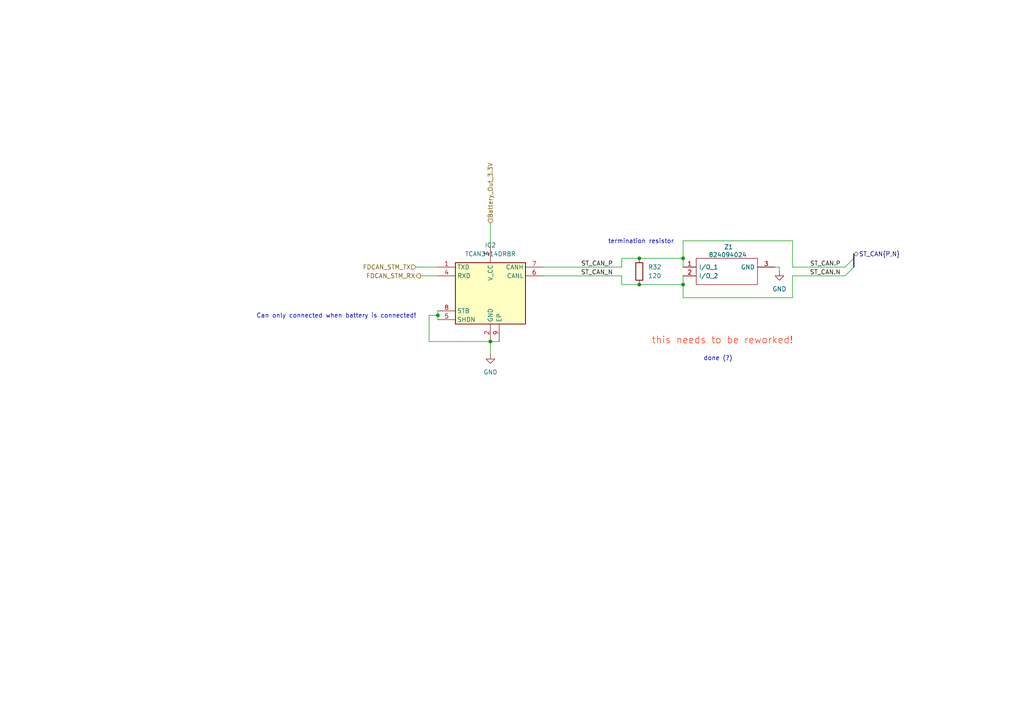
<source format=kicad_sch>
(kicad_sch (version 20250114) (generator "eeschema") (generator_version "9.0")
  (paper "A4")
  (title_block (title "Nautilus_Mainboard") (date "2025-11-19") (rev "1") (company "Evan & Davide"))
  (lib_symbols
    (symbol "#dzdb:g_res/R-120-0603" (pin_numbers hide) (pin_names (offset 0))
      (property "Reference" "R" (at 2.032 0 90))
      (property "Value" "120" (at 0 0 90))
      (symbol "g_res/R-120-0603_0_1"
        (rectangle (start -1.016 -2.54) (end 1.016 2.54) (stroke (width 0.254)))
      )
      (symbol "g_res/R-120-0603_1_1"
        (pin passive line (at 0 3.81 270) (length 1.27) (name "~") (number "1"))
        (pin passive line (at 0 -3.81 90) (length 1.27) (name "~") (number "2"))
      )
    )
    (symbol "#dzdb:s_comm/COMM-TI-TCAN3414DRBR"
      (property "Reference" "IC" (at 26.67 7.62 0))
      (property "Value" "TCAN3414DRBR" (at 26.67 5.08 0))
      (symbol "s_comm/COMM-TI-TCAN3414DRBR_1_1"
        (rectangle (start 5.08 2.54) (end 25.4 -15.24) (stroke (width 0.254)) (fill (type background)))
        (pin passive line (at 0 1.27 0) (length 5.08) (name "TXD") (number "1"))
        (pin passive line (at 0 -1.27 0) (length 5.08) (name "RXD") (number "4"))
        (pin passive line (at 0 -11.43 0) (length 5.08) (name "STB") (number "8"))
        (pin passive line (at 0 -13.97 0) (length 5.08) (name "SHDN") (number "5"))
        (pin passive line (at 15.24 7.62 270) (length 5.08) (name "V_CC") (number "3"))
        (pin passive line (at 15.24 -20.32 90) (length 5.08) (name "GND") (number "2"))
        (pin passive line (at 17.78 -20.32 90) (length 5.08) (name "EP") (number "9"))
        (pin passive line (at 30.48 1.27 180) (length 5.08) (name "CANH") (number "7"))
        (pin passive line (at 30.48 -1.27 180) (length 5.08) (name "CANL") (number "6"))
      )
    )
    (symbol "#dzdb:s_dio/D-TSV-824094024" (pin_names (offset 0.762))
      (property "Reference" "Z" (at 24.13 7.62 0))
      (property "Value" "824094024" (at 24.13 5.08 0))
      (symbol "s_dio/D-TSV-824094024_0_0"
        (pin passive line (at 27.94 0 180) (length 5.08) (name "GND") (number "3"))
      )
      (symbol "s_dio/D-TSV-824094024_0_1"
        (polyline (pts (xy 5.08 2.54) (xy 22.86 2.54) (xy 22.86 -5.08) (xy 5.08 -5.08) (xy 5.08 2.54)) (stroke (width 0.1524)))
      )
      (symbol "s_dio/D-TSV-824094024_1_0"
        (pin passive line (at 1.27 -2.54 0) (length 3.81) (name "I/O_2") (number "2"))
      )
      (symbol "s_dio/D-TSV-824094024_1_1"
        (pin passive line (at 1.27 0 0) (length 3.81) (name "I/O_1") (number "1"))
      )
    )
    (symbol "power:GND" (power) (pin_numbers hide) (pin_names (offset 0) hide)
      (property "Value" "GND" (at 0 -3.81 0))
      (symbol "GND_0_1"
        (polyline (pts (xy 0 0) (xy 0 -1.27) (xy 1.27 -1.27) (xy 0 -2.54) (xy -1.27 -1.27) (xy 0 -1.27)))
      )
      (symbol "GND_1_1"
        (pin power_in line (at 0 0 270) (length 0) (name "~") (number "1"))
      )
    )
  )
  (junction (at 198.12 82.55))
  (junction (at 185.42 82.55))
  (junction (at 142.24 99.06))
  (junction (at 198.12 74.93))
  (junction (at 127 91.44))
  (junction (at 185.42 74.93))
  (bus_entry (at 247.65 74.93) (size -2.54 2.54))
  (bus_entry (at 247.65 77.47) (size -2.54 2.54))
  (wire (pts (xy 229.87 80.01) (xy 245.11 80.01)))
  (wire (pts (xy 229.87 86.36) (xy 198.12 86.36)))
  (wire (pts (xy 124.46 91.44) (xy 124.46 99.06)))
  (wire (pts (xy 229.87 77.47) (xy 245.11 77.47)))
  (wire (pts (xy 229.87 69.85) (xy 229.87 77.47)))
  (wire (pts (xy 185.42 82.55) (xy 180.34 82.55)))
  (wire (pts (xy 120.65 77.47) (xy 127 77.47)))
  (wire (pts (xy 121.92 80.01) (xy 127 80.01)))
  (wire (pts (xy 229.87 69.85) (xy 198.12 69.85)))
  (wire (pts (xy 198.12 77.47) (xy 198.12 74.93)))
  (wire (pts (xy 198.12 86.36) (xy 198.12 82.55)))
  (wire (pts (xy 142.24 64.77) (xy 142.24 71.12)))
  (wire (pts (xy 180.34 82.55) (xy 180.34 80.01)))
  (wire (pts (xy 185.42 82.55) (xy 198.12 82.55)))
  (wire (pts (xy 142.24 99.06) (xy 144.78 99.06)))
  (wire (pts (xy 124.46 99.06) (xy 142.24 99.06)))
  (wire (pts (xy 180.34 74.93) (xy 180.34 77.47)))
  (wire (pts (xy 127 91.44) (xy 127 92.71)))
  (wire (pts (xy 157.48 80.01) (xy 180.34 80.01)))
  (wire (pts (xy 157.48 77.47) (xy 180.34 77.47)))
  (wire (pts (xy 229.87 86.36) (xy 229.87 80.01)))
  (wire (pts (xy 142.24 102.87) (xy 142.24 99.06)))
  (bus (pts (xy 247.65 74.93) (xy 247.65 77.47)))
  (wire (pts (xy 226.06 77.47) (xy 226.06 78.74)))
  (wire (pts (xy 185.42 74.93) (xy 180.34 74.93)))
  (wire (pts (xy 127 91.44) (xy 124.46 91.44)))
  (wire (pts (xy 198.12 82.55) (xy 198.12 80.01)))
  (wire (pts (xy 224.79 77.47) (xy 226.06 77.47)))
  (wire (pts (xy 185.42 74.93) (xy 198.12 74.93)))
  (wire (pts (xy 127 90.17) (xy 127 91.44)))
  (bus (pts (xy 247.65 73.66) (xy 247.65 74.93)))
  (wire (pts (xy 198.12 69.85) (xy 198.12 74.93)))
  (text "Can only connected when battery is connected!" (at 97.536 91.694 0) (effects (font (size 1.27 1.27))))
  (text "done (?)" (at 208.2799 104.0391 0) (effects (font (size 1.27 1.27))))
  (text "termination resistor\n" (at 185.928 70.104 0) (effects (font (size 1.27 1.27))))
  (text "this needs to be reworked!" (at 209.55 98.806 0) (effects (font (size 2 2))))
  (label "ST_CAN_P" (at 177.8 77.47 180))
  (label "ST_CAN_N" (at 177.8 80.01 180))
  (label "ST_CAN.N" (at 243.84 80.01 180))
  (label "ST_CAN.P" (at 243.84 77.47 180))
  (hierarchical_label "ST_CAN{P,N}" (shape bidirectional) (at 247.65 73.66 0))
  (hierarchical_label "FDCAN_STM_RX" (shape output) (at 121.92 80.01 180))
  (hierarchical_label "Battery_Out_3.3V" (shape input) (at 142.24 64.77 90))
  (hierarchical_label "FDCAN_STM_TX" (shape input) (at 120.65 77.47 180))
  (symbol (lib_id "#dzdb:s_dio/D-TSV-824094024") (at 196.85 77.47 0) (unit 1)
    (property "Reference" "Z1" (at 211.328 71.628 0))
    (property "Value" "824094024" (at 211.074 73.914 0))
    (property "Footprint" "dz_dio:SOT95P240X104-3N" (effects (hide yes)))
    (property "Datasheet" "https://www.we-online.com/components/products/datasheet/824094024.pdf" (effects (hide yes)))
    (property "Description" "ESD Protection Diodes / TVS Diodes WE-TVS 24Volts 38pF 2 Channel" (effects (hide yes)))
    (property "Description_1" "TVS Diode Array WE-TVS Size SOT23-3L; 24Vdc; 38pF; 2Channel; Marking: .944XY" (effects (hide yes)))
    (property "Height" "1.04" (effects (hide yes)))
    (property "Mouser Part Number" "710-824094024" (effects (hide yes)))
    (property "Mouser Price/Stock" "https://www.mouser.co.uk/ProductDetail/Wurth-Elektronik/824094024?qs=rQFj71Wb1eVr1t6BGVGQmg%3D%3D" (effects (hide yes)))
    (property "Manufacturer_Name" "Wurth Elektronik" (effects (hide yes)))
    (property "Manufacturer_Part_Number" "824094024" (effects (hide yes)))
    (property "IPN" "D-TSV-824094024" (effects (hide yes)))
    (property "MPN" "824094024" (effects (hide yes)))
    (property "Manufacturer" "Würth Elektronik" (effects (hide yes)))
    (property "Type" "TVS Diode" (effects (hide yes)))
    (property "Vf" "26.2 V" (effects (hide yes)))
    (property "If" "6 A" (effects (hide yes)))
    (property "Supplier" "Mouser" (effects (hide yes)))
    (property "SPN" "710-824094024" (effects (hide yes)))
  )
  (symbol (lib_id "#dzdb:s_comm/COMM-TI-TCAN3414DRBR") (at 127 78.74 0) (unit 1)
    (property "Reference" "IC2" (at 142.24 71.12 0))
    (property "Value" "TCAN3414DRBR" (at 142.24 73.66 0))
    (property "Footprint" "dz_comm:TCAN3414DRBR" (effects (hide yes)))
    (property "Datasheet" "https://www.ti.com/lit/gpn/tcan3414" (effects (hide yes)))
    (property "Description" "CAN Interface IC CAN FD Transceiver with Integrated Controller" (effects (hide yes)))
    (property "Height" "1" (effects (hide yes)))
    (property "Mouser Part Number" "595-TCAN3414DRBR" (effects (hide yes)))
    (property "Mouser Price/Stock" "https://www.mouser.co.uk/ProductDetail/Texas-Instruments/TCAN3414DRBR?qs=2wMNvWM5ZX6YBBH9qF6w4g%3D%3D" (effects (hide yes)))
    (property "Manufacturer_Name" "Texas Instruments" (effects (hide yes)))
    (property "Manufacturer_Part_Number" "TCAN3414DRBR" (effects (hide yes)))
    (property "IPN" "COMM-TI-TCAN3414DRBR" (effects (hide yes)))
    (property "MPN" "TCAN3414DRBR" (effects (hide yes)))
    (property "Manufacturer" "Texas Instruments" (effects (hide yes)))
    (property "Type" "Can Tranciever" (effects (hide yes)))
    (property "Supply" "3V-3.3V" (effects (hide yes)))
    (property "Package" "SON-8" (effects (hide yes)))
    (property "Supplier" "Mouser" (effects (hide yes)))
    (property "SPN" "595-TCAN3414DRBR" (effects (hide yes)))
    (property "LCSC" "Cxxxxxx" (effects (hide yes)))
  )
  (symbol (lib_id "#dzdb:g_res/R-120-0603") (at 185.42 78.74 0) (unit 1)
    (property "Reference" "R32" (at 187.96 77.4699 0) (effects (justify left)))
    (property "Value" "120" (at 187.96 80.0099 0) (effects (justify left)))
    (property "Footprint" "Resistor_SMD:R_0603_1608Metric" (effects (hide yes)))
    (property "Datasheet" "https://www.we-online.com/components/products/datasheet/560112116119.pdf" (effects (hide yes)))
    (property "Description" "Thick Film Resistors - SMD WRIS-RSKS 120 Ohms 1 % 0.1 W 0603" (effects (hide yes)))
    (property "IPN" "R-120-0603" (effects (hide yes)))
    (property "MPN" "560112116119" (effects (hide yes)))
    (property "Manufacturer" "Wurth Elektronik" (effects (hide yes)))
    (property "Resistance" "120" (effects (hide yes)))
    (property "Power" "0.1W" (effects (hide yes)))
    (property "Material" "Thick film" (effects (hide yes)))
    (property "Tolerance" "1%" (effects (hide yes)))
    (property "Supplier" "Mouser" (effects (hide yes)))
    (property "SPN" "710-560112116119" (effects (hide yes)))
    (property "LCSC" "CXXXXX" (effects (hide yes)))
    (property "Comment" "lifecycle=Active; note=Auto-generated" (effects (hide yes)))
  )
  (symbol (lib_id "power:GND") (at 226.06 78.74 0) (unit 1)
    (property "Reference" "#PWR043" (effects (hide yes)))
    (property "Value" "GND" (at 226.06 83.82 0))
    (property "Description" "Power symbol creates a global label with name \"GND\" , ground" (effects (hide yes)))
  )
  (symbol (lib_id "power:GND") (at 142.24 102.87 0) (unit 1)
    (property "Reference" "#PWR016" (effects (hide yes)))
    (property "Value" "GND" (at 142.24 107.95 0))
    (property "Description" "Power symbol creates a global label with name \"GND\" , ground" (effects (hide yes)))
  )
)
</source>
